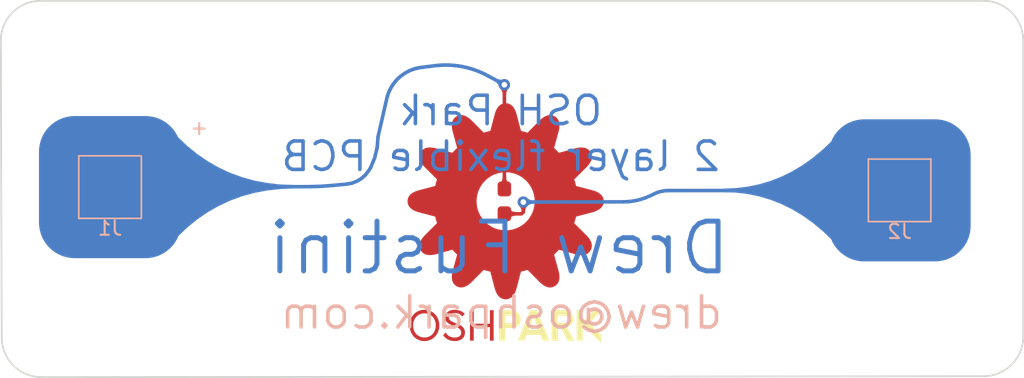
<source format=kicad_pcb>
(kicad_pcb (version 20171130) (host pcbnew 5.1.5-52549c5~84~ubuntu19.04.1)

  (general
    (thickness 1.6)
    (drawings 13)
    (tracks 76)
    (zones 0)
    (modules 4)
    (nets 4)
  )

  (page A4)
  (layers
    (0 F.Cu signal)
    (31 B.Cu signal)
    (32 B.Adhes user)
    (33 F.Adhes user)
    (34 B.Paste user)
    (35 F.Paste user)
    (36 B.SilkS user)
    (37 F.SilkS user)
    (38 B.Mask user)
    (39 F.Mask user)
    (40 Dwgs.User user)
    (41 Cmts.User user)
    (42 Eco1.User user)
    (43 Eco2.User user)
    (44 Edge.Cuts user)
    (45 Margin user)
    (46 B.CrtYd user)
    (47 F.CrtYd user)
    (48 B.Fab user)
    (49 F.Fab user)
  )

  (setup
    (last_trace_width 0.25)
    (trace_clearance 0.2)
    (zone_clearance 0.508)
    (zone_45_only no)
    (trace_min 0.2)
    (via_size 0.8)
    (via_drill 0.4)
    (via_min_size 0.4)
    (via_min_drill 0.3)
    (uvia_size 0.3)
    (uvia_drill 0.1)
    (uvias_allowed no)
    (uvia_min_size 0.2)
    (uvia_min_drill 0.1)
    (edge_width 0.05)
    (segment_width 0.2)
    (pcb_text_width 0.3)
    (pcb_text_size 1.5 1.5)
    (mod_edge_width 0.12)
    (mod_text_size 1 1)
    (mod_text_width 0.15)
    (pad_size 1.524 1.524)
    (pad_drill 0.762)
    (pad_to_mask_clearance 0.051)
    (solder_mask_min_width 0.25)
    (aux_axis_origin 0 0)
    (visible_elements FFFFFF7F)
    (pcbplotparams
      (layerselection 0x010fc_ffffffff)
      (usegerberextensions false)
      (usegerberattributes false)
      (usegerberadvancedattributes false)
      (creategerberjobfile false)
      (excludeedgelayer true)
      (linewidth 0.100000)
      (plotframeref false)
      (viasonmask false)
      (mode 1)
      (useauxorigin false)
      (hpglpennumber 1)
      (hpglpenspeed 20)
      (hpglpendiameter 15.000000)
      (psnegative false)
      (psa4output false)
      (plotreference true)
      (plotvalue true)
      (plotinvisibletext false)
      (padsonsilk false)
      (subtractmaskfromsilk false)
      (outputformat 1)
      (mirror false)
      (drillshape 1)
      (scaleselection 1)
      (outputdirectory ""))
  )

  (net 0 "")
  (net 1 GND)
  (net 2 "Net-(D1-Pad2)")
  (net 3 +3V3)

  (net_class Default "This is the default net class."
    (clearance 0.2)
    (trace_width 0.25)
    (via_dia 0.8)
    (via_drill 0.4)
    (uvia_dia 0.3)
    (uvia_drill 0.1)
    (add_net +3V3)
    (add_net GND)
  )

  (module LED_SMD:LED_0603_1608Metric_Pad1.05x0.95mm_HandSolder (layer F.Cu) (tedit 5E335727) (tstamp 5E335540)
    (at 153.4795 54.751 90)
    (descr "LED SMD 0603 (1608 Metric), square (rectangular) end terminal, IPC_7351 nominal, (Body size source: http://www.tortai-tech.com/upload/download/2011102023233369053.pdf), generated with kicad-footprint-generator")
    (tags "LED handsolder")
    (path /5DF40B3F)
    (attr smd)
    (fp_text reference D1 (at 0 -1.43 90) (layer F.SilkS) hide
      (effects (font (size 1 1) (thickness 0.15)))
    )
    (fp_text value LED (at 0 1.43 90) (layer F.Fab)
      (effects (font (size 1 1) (thickness 0.15)))
    )
    (fp_line (start 0.8 -0.4) (end -0.5 -0.4) (layer F.Fab) (width 0.1))
    (fp_line (start -0.5 -0.4) (end -0.8 -0.1) (layer F.Fab) (width 0.1))
    (fp_line (start -0.8 -0.1) (end -0.8 0.4) (layer F.Fab) (width 0.1))
    (fp_line (start -0.8 0.4) (end 0.8 0.4) (layer F.Fab) (width 0.1))
    (fp_line (start 0.8 0.4) (end 0.8 -0.4) (layer F.Fab) (width 0.1))
    (fp_line (start -1.65 0.73) (end -1.65 -0.73) (layer F.CrtYd) (width 0.05))
    (fp_line (start -1.65 -0.73) (end 1.65 -0.73) (layer F.CrtYd) (width 0.05))
    (fp_line (start 1.65 -0.73) (end 1.65 0.73) (layer F.CrtYd) (width 0.05))
    (fp_line (start 1.65 0.73) (end -1.65 0.73) (layer F.CrtYd) (width 0.05))
    (fp_text user %R (at 0 0 90) (layer F.Fab)
      (effects (font (size 0.4 0.4) (thickness 0.06)))
    )
    (pad 1 smd roundrect (at -0.875 0 90) (size 1.05 0.95) (layers F.Cu F.Paste F.Mask) (roundrect_rratio 0.25)
      (net 1 GND))
    (pad 2 smd roundrect (at 0.875 0 90) (size 1.05 0.95) (layers F.Cu F.Paste F.Mask) (roundrect_rratio 0.25)
      (net 3 +3V3))
    (model ${KISYS3DMOD}/LED_SMD.3dshapes/LED_0603_1608Metric.wrl
      (at (xyz 0 0 0))
      (scale (xyz 1 1 1))
      (rotate (xyz 0 0 0))
    )
  )

  (module afterdark:OSH_small_copper-mask (layer F.Cu) (tedit 5DF3FF89) (tstamp 5DF45F50)
    (at 153.5684 56.2864)
    (descr "Imported from OSHPARK.svg")
    (tags svg2mod)
    (attr smd)
    (fp_text reference OSH_small (at 0 -11.457835) (layer F.Cu) hide
      (effects (font (size 1.524 1.524) (thickness 0.3048)))
    )
    (fp_text value G*** (at 0 11.457835) (layer F.Cu) hide
      (effects (font (size 1.524 1.524) (thickness 0.3048)))
    )
    (fp_poly (pts (xy -5.71389 8.295375) (xy -5.71389 8.046425) (xy -5.88469 8.029425) (xy -6.03947 7.980425)
      (xy -6.17614 7.902625) (xy -6.29262 7.799265) (xy -6.38682 7.673515) (xy -6.45672 7.528545)
      (xy -6.50022 7.367545) (xy -6.51512 7.193705) (xy -6.50022 7.019865) (xy -6.45672 6.858865)
      (xy -6.38682 6.713895) (xy -6.29262 6.588145) (xy -6.17614 6.484785) (xy -6.03947 6.406985)
      (xy -5.88469 6.357985) (xy -5.71389 6.340985) (xy -5.54238 6.357985) (xy -5.38754 6.406985)
      (xy -5.25128 6.484785) (xy -5.13551 6.588145) (xy -5.04211 6.713895) (xy -4.97301 6.858865)
      (xy -4.93021 7.019865) (xy -4.91551 7.193705) (xy -4.93021 7.367545) (xy -4.97301 7.528545)
      (xy -5.04211 7.673515) (xy -5.13551 7.799265) (xy -5.25128 7.902625) (xy -5.38754 7.980425)
      (xy -5.54238 8.029425) (xy -5.71389 8.046425) (xy -5.71389 8.295375) (xy -5.60215 8.289375)
      (xy -5.49471 8.272675) (xy -5.39197 8.245575) (xy -5.29437 8.208575) (xy -5.20217 8.162275)
      (xy -5.11587 8.107175) (xy -5.03597 8.043775) (xy -4.96277 7.972775) (xy -4.89667 7.894575)
      (xy -4.83807 7.809775) (xy -4.78737 7.718975) (xy -4.74497 7.622675) (xy -4.71127 7.521405)
      (xy -4.68667 7.415745) (xy -4.67167 7.306225) (xy -4.66667 7.193415) (xy -4.67167 7.080595)
      (xy -4.68667 6.971085) (xy -4.71127 6.865415) (xy -4.74497 6.764145) (xy -4.78737 6.667845)
      (xy -4.83807 6.577045) (xy -4.89667 6.492245) (xy -4.96277 6.414045) (xy -5.03597 6.342945)
      (xy -5.11587 6.279545) (xy -5.20217 6.224445) (xy -5.29437 6.178145) (xy -5.39197 6.141145)
      (xy -5.49471 6.114045) (xy -5.60215 6.097345) (xy -5.71389 6.091345) (xy -5.82609 6.097345)
      (xy -5.93388 6.114045) (xy -6.03687 6.141145) (xy -6.13467 6.178145) (xy -6.22687 6.224445)
      (xy -6.31307 6.279545) (xy -6.39297 6.342945) (xy -6.46607 6.414045) (xy -6.53207 6.492245)
      (xy -6.59047 6.577045) (xy -6.64097 6.667845) (xy -6.68317 6.764145) (xy -6.71667 6.865415)
      (xy -6.74107 6.971085) (xy -6.75597 7.080595) (xy -6.76097 7.193415) (xy -6.75597 7.306225)
      (xy -6.74107 7.415745) (xy -6.71667 7.521405) (xy -6.68317 7.622675) (xy -6.64097 7.718975)
      (xy -6.59047 7.809775) (xy -6.53207 7.894575) (xy -6.46607 7.972775) (xy -6.39297 8.043775)
      (xy -6.31307 8.107175) (xy -6.22687 8.162275) (xy -6.13467 8.208575) (xy -6.03687 8.245575)
      (xy -5.93388 8.272675) (xy -5.82609 8.289375) (xy -5.71389 8.295375)) (layer F.Mask) (width 0))
    (fp_poly (pts (xy -1.10433 6.120635) (xy -1.10433 7.076375) (xy -2.24607 7.076375) (xy -2.24607 6.120635)
      (xy -2.50646 6.120635) (xy -2.50646 8.266755) (xy -2.24607 8.266755) (xy -2.24607 7.311015)
      (xy -1.10433 7.311015) (xy -1.10433 8.266755) (xy -0.84394 8.266755) (xy -0.84394 6.120635)
      (xy -1.10433 6.120635)) (layer F.Mask) (width 0))
    (fp_poly (pts (xy -3.5907 8.295375) (xy -3.44187 8.286375) (xy -3.30406 8.258975) (xy -3.18001 8.212975)
      (xy -3.07241 8.147975) (xy -2.98401 8.063675) (xy -2.91751 7.959725) (xy -2.87561 7.835805)
      (xy -2.86101 7.691555) (xy -2.87691 7.552235) (xy -2.92141 7.434915) (xy -2.98981 7.336615)
      (xy -3.07751 7.254415) (xy -3.17982 7.185415) (xy -3.29208 7.126615) (xy -3.52784 7.027715)
      (xy -3.70664 6.955515) (xy -3.85727 6.872815) (xy -3.91627 6.823915) (xy -3.96127 6.768115)
      (xy -3.98997 6.703915) (xy -4.00007 6.629915) (xy -3.99207 6.554915) (xy -3.96807 6.490615)
      (xy -3.93017 6.436915) (xy -3.88027 6.393515) (xy -3.82017 6.360115) (xy -3.75177 6.336615)
      (xy -3.67677 6.322615) (xy -3.59697 6.317615) (xy -3.50107 6.322615) (xy -3.41297 6.336315)
      (xy -3.33277 6.358215) (xy -3.26037 6.387715) (xy -3.19597 6.424015) (xy -3.13947 6.466415)
      (xy -3.05047 6.566885) (xy -2.87592 6.389475) (xy -2.93462 6.327375) (xy -3.00322 6.270575)
      (xy -3.08132 6.219875) (xy -3.16862 6.176275) (xy -3.26472 6.140775) (xy -3.36936 6.114275)
      (xy -3.48217 6.097675) (xy -3.60284 6.091675) (xy -3.73476 6.100675) (xy -3.85823 6.127675)
      (xy -3.97043 6.172275) (xy -4.06853 6.234275) (xy -4.14973 6.313275) (xy -4.21123 6.408975)
      (xy -4.25023 6.521165) (xy -4.26383 6.649475) (xy -4.24983 6.769025) (xy -4.21043 6.869725)
      (xy -4.14943 6.954225) (xy -4.07063 7.025125) (xy -3.97793 7.085025) (xy -3.87509 7.136525)
      (xy -3.6543 7.224725) (xy -3.4565 7.304325) (xy -3.3666 7.348925) (xy -3.2866 7.399625)
      (xy -3.2195 7.458525) (xy -3.1682 7.527725) (xy -3.1357 7.609325) (xy -3.1249 7.705425)
      (xy -3.1349 7.789025) (xy -3.1618 7.860025) (xy -3.2038 7.918825) (xy -3.2593 7.965825)
      (xy -3.3266 8.001625) (xy -3.404 8.026625) (xy -3.4899 8.041225) (xy -3.5826 8.046225)
      (xy -3.69075 8.039225) (xy -3.79323 8.020125) (xy -3.88863 7.989225) (xy -3.97563 7.947425)
      (xy -4.05283 7.895625) (xy -4.11893 7.834625) (xy -4.17243 7.765125) (xy -4.21203 7.688125)
      (xy -4.40088 7.879845) (xy -4.33778 7.967545) (xy -4.26108 8.047345) (xy -4.17208 8.118045)
      (xy -4.07218 8.178545) (xy -3.96276 8.227645) (xy -3.84518 8.264145) (xy -3.72084 8.286945)
      (xy -3.59109 8.294945) (xy -3.5907 8.295375)) (layer F.Mask) (width 0))
    (fp_poly (pts (xy 0.00118 -8.409695) (xy 0.00043 -3.623025) (xy 0.21316 -3.612325) (xy 0.41974 -3.580825)
      (xy 0.61914 -3.529525) (xy 0.81031 -3.459525) (xy 0.99219 -3.371925) (xy 1.16375 -3.267695)
      (xy 1.32394 -3.147905) (xy 1.4717 -3.013605) (xy 1.606 -2.865845) (xy 1.72579 -2.705655)
      (xy 1.83001 -2.534105) (xy 1.91761 -2.352215) (xy 1.98761 -2.161055) (xy 2.03891 -1.961655)
      (xy 2.07041 -1.755065) (xy 2.08111 -1.542335) (xy 2.07041 -1.329495) (xy 2.03891 -1.122805)
      (xy 1.98771 -0.923315) (xy 1.91781 -0.732055) (xy 1.83021 -0.550075) (xy 1.726 -0.378435)
      (xy 1.60622 -0.218175) (xy 1.47192 -0.070335) (xy 1.32415 0.064025) (xy 1.16396 0.183875)
      (xy 0.99238 0.288155) (xy 0.81047 0.375855) (xy 0.61928 0.445855) (xy 0.41984 0.497155)
      (xy 0.21321 0.528655) (xy 0.00043 0.539455) (xy -0.21235 0.528655) (xy -0.41897 0.497155)
      (xy -0.6184 0.445855) (xy -0.80958 0.375855) (xy -0.99147 0.288155) (xy -1.16302 0.183875)
      (xy -1.3232 0.064025) (xy -1.47095 -0.070335) (xy -1.60524 -0.218175) (xy -1.72501 -0.378435)
      (xy -1.82922 -0.550075) (xy -1.91682 -0.732055) (xy -1.98682 -0.923315) (xy -2.03812 -1.122805)
      (xy -2.06962 -1.329495) (xy -2.08032 -1.542335) (xy -2.06962 -1.755065) (xy -2.03812 -1.961655)
      (xy -1.98682 -2.161055) (xy -1.91682 -2.352215) (xy -1.82922 -2.534105) (xy -1.72501 -2.705655)
      (xy -1.60524 -2.865845) (xy -1.47095 -3.013605) (xy -1.3232 -3.147905) (xy -1.16302 -3.267695)
      (xy -0.99147 -3.371925) (xy -0.80958 -3.459525) (xy -0.6184 -3.529525) (xy -0.41897 -3.580825)
      (xy -0.21235 -3.612325) (xy 0.00043 -3.623025) (xy 0.00118 -8.409695) (xy -0.14129 -8.393995)
      (xy -0.2674 -8.349495) (xy -0.378 -8.279795) (xy -0.4739 -8.188495) (xy -0.556 -8.079355)
      (xy -0.6251 -7.956025) (xy -0.6821 -7.822195) (xy -0.7278 -7.681515) (xy -1.04856 -6.462625)
      (xy -1.30304 -6.403425) (xy -1.55293 -6.331225) (xy -2.43795 -7.223815) (xy -2.5541 -7.325575)
      (xy -2.67331 -7.414275) (xy -2.79523 -7.486675) (xy -2.91953 -7.539575) (xy -3.04586 -7.569675)
      (xy -3.17388 -7.573675) (xy -3.30323 -7.548275) (xy -3.43358 -7.490275) (xy -3.54913 -7.405275)
      (xy -3.63603 -7.303485) (xy -3.69693 -7.187695) (xy -3.73433 -7.060655) (xy -3.75073 -6.925095)
      (xy -3.74873 -6.783755) (xy -3.73103 -6.639375) (xy -3.70003 -6.494705) (xy -3.36893 -5.282225)
      (xy -3.55878 -5.102185) (xy -3.73879 -4.912505) (xy -4.95156 -5.242875) (xy -5.10317 -5.273475)
      (xy -5.25088 -5.290975) (xy -5.39277 -5.292975) (xy -5.5269 -5.276575) (xy -5.65135 -5.239375)
      (xy -5.76419 -5.178675) (xy -5.86349 -5.091975) (xy -5.94729 -4.976645) (xy -6.00489 -4.845335)
      (xy -6.02929 -4.713775) (xy -6.02429 -4.583095) (xy -5.99309 -4.454385) (xy -5.93949 -4.328745)
      (xy -5.86709 -4.207285) (xy -5.77959 -4.091105) (xy -5.68049 -3.981305) (xy -4.78848 -3.096875)
      (xy -4.86248 -2.846755) (xy -4.92388 -2.591195) (xy -6.13913 -2.271315) (xy -6.28557 -2.221815)
      (xy -6.42211 -2.163015) (xy -6.54579 -2.093715) (xy -6.65364 -2.012515) (xy -6.74264 -1.918115)
      (xy -6.80994 -1.809295) (xy -6.85244 -1.684715) (xy -6.86724 -1.543065) (xy -6.85154 -1.400675)
      (xy -6.80704 -1.274595) (xy -6.73724 -1.163985) (xy -6.64594 -1.068085) (xy -6.5368 -0.985985)
      (xy -6.41347 -0.916885) (xy -6.27964 -0.859985) (xy -6.13897 -0.814385) (xy -4.92372 -0.494365)
      (xy -4.86232 -0.239235) (xy -4.78842 0.010885) (xy -5.68043 0.895605) (xy -5.78261 1.011585)
      (xy -5.87161 1.130695) (xy -5.94411 1.252585) (xy -5.99701 1.376885) (xy -6.02701 1.503265)
      (xy -6.03101 1.631355) (xy -6.00551 1.760795) (xy -5.94741 1.891235) (xy -5.86251 2.006695)
      (xy -5.76079 2.093495) (xy -5.64502 2.154295) (xy -5.51794 2.191595) (xy -5.38232 2.207995)
      (xy -5.24091 2.205995) (xy -5.09648 2.188395) (xy -4.95178 2.157595) (xy -3.73916 1.826495)
      (xy -3.55915 2.015885) (xy -3.36929 2.196065) (xy -3.70039 3.409125) (xy -3.73109 3.560565)
      (xy -3.74869 3.708175) (xy -3.75069 3.850005) (xy -3.73429 3.984105) (xy -3.69709 4.108515)
      (xy -3.63639 4.221295) (xy -3.54959 4.320495) (xy -3.43416 4.404195) (xy -3.30285 4.461895)
      (xy -3.17132 4.486395) (xy -3.04066 4.481395) (xy -2.91197 4.450195) (xy -2.78636 4.396595)
      (xy -2.66492 4.324295) (xy -2.54876 4.236795) (xy -2.43897 4.137795) (xy -1.55409 3.245195)
      (xy -1.30401 3.319295) (xy -1.0487 3.380995) (xy -0.72882 4.596245) (xy -0.67942 4.742405)
      (xy -0.62072 4.878745) (xy -0.55142 5.002265) (xy -0.47012 5.110005) (xy -0.37562 5.199005)
      (xy -0.26663 5.266305) (xy -0.14183 5.308805) (xy 0.0001 5.323605) (xy 0.1423 5.307905)
      (xy 0.26821 5.263405) (xy 0.37868 5.193705) (xy 0.47448 5.102505) (xy 0.55658 4.993495)
      (xy 0.62568 4.870315) (xy 0.68268 4.736655) (xy 0.72838 4.596185) (xy 1.04825 3.380645)
      (xy 1.30343 3.319445) (xy 1.55379 3.245445) (xy 2.43852 4.137905) (xy 2.55442 4.240085)
      (xy 2.67348 4.329085) (xy 2.79535 4.401685) (xy 2.91965 4.454585) (xy 3.04602 4.484585)
      (xy 3.17409 4.488585) (xy 3.30349 4.462985) (xy 3.43386 4.404785) (xy 3.5493 4.319985)
      (xy 3.6361 4.218365) (xy 3.6969 4.102685) (xy 3.7342 3.975695) (xy 3.7507 3.840155)
      (xy 3.7487 3.698805) (xy 3.7312 3.554415) (xy 3.7006 3.409725) (xy 3.36921 2.196675)
      (xy 3.55866 2.016495) (xy 3.73849 1.827095) (xy 4.95155 2.158195) (xy 5.10316 2.188595)
      (xy 5.25086 2.205995) (xy 5.39274 2.207995) (xy 5.52685 2.191495) (xy 5.65126 2.154195)
      (xy 5.76405 2.093495) (xy 5.86325 2.006695) (xy 5.94695 1.891265) (xy 6.00455 1.759975)
      (xy 6.02895 1.628485) (xy 6.02395 1.497875) (xy 5.99275 1.369255) (xy 5.93915 1.243685)
      (xy 5.86685 1.122265) (xy 5.77935 1.006085) (xy 5.68035 0.896225) (xy 4.78804 0.011495)
      (xy 4.86214 -0.238625) (xy 4.92344 -0.493755) (xy 6.13868 -0.813785) (xy 6.28522 -0.863185)
      (xy 6.42183 -0.921885) (xy 6.54556 -0.991285) (xy 6.65344 -1.072585) (xy 6.74254 -1.167085)
      (xy 6.80984 -1.276075) (xy 6.85244 -1.400845) (xy 6.86724 -1.542705) (xy 6.85194 -1.684715)
      (xy 6.80764 -1.810495) (xy 6.73804 -1.920855) (xy 6.64694 -2.016655) (xy 6.53789 -2.098655)
      (xy 6.41461 -2.167755) (xy 6.2808 -2.224755) (xy 6.14013 -2.270455) (xy 4.92488 -2.590335)
      (xy 4.86358 -2.845855) (xy 4.78948 -3.095735) (xy 5.68179 -3.980895) (xy 5.78395 -4.096695)
      (xy 5.87285 -4.215675) (xy 5.94535 -4.337485) (xy 5.99815 -4.461745) (xy 6.02805 -4.588095)
      (xy 6.03205 -4.716185) (xy 6.00655 -4.845635) (xy 5.94845 -4.976085) (xy 5.86365 -5.091375)
      (xy 5.76206 -5.178075) (xy 5.64641 -5.238875) (xy 5.51943 -5.276175) (xy 5.38387 -5.292675)
      (xy 5.24246 -5.290675) (xy 5.09796 -5.273075) (xy 4.9531 -5.242275) (xy 3.74019 -4.911755)
      (xy 3.5604 -5.101105) (xy 3.3712 -5.281035) (xy 3.70215 -6.493945) (xy 3.73265 -6.645465)
      (xy 3.75005 -6.793085) (xy 3.75205 -6.934915) (xy 3.73565 -7.069005) (xy 3.69835 -7.193445)
      (xy 3.63755 -7.306295) (xy 3.55075 -7.405695) (xy 3.43522 -7.489595) (xy 3.30408 -7.547095)
      (xy 3.17265 -7.571395) (xy 3.04204 -7.566395) (xy 2.91335 -7.535095) (xy 2.78769 -7.481395)
      (xy 2.66618 -7.408995) (xy 2.54992 -7.321595) (xy 2.44003 -7.222795) (xy 1.55545 -6.330485)
      (xy 1.30598 -6.402785) (xy 1.05107 -6.462485) (xy 0.73018 -7.681375) (xy 0.68058 -7.827915)
      (xy 0.62168 -7.964525) (xy 0.55228 -8.088255) (xy 0.47098 -8.196135) (xy 0.37658 -8.285235)
      (xy 0.2677 -8.352535) (xy 0.14304 -8.395035) (xy 0.0013 -8.409835) (xy 0.00118 -8.409695)) (layer F.Mask) (width 0.073847))
    (fp_poly (pts (xy 6.76111 6.120635) (xy 6.20884 6.120635) (xy 5.42765 6.959055) (xy 5.42765 6.120635)
      (xy 4.99557 6.120635) (xy 4.99557 8.266755) (xy 5.42765 8.266755) (xy 5.42765 7.193695)
      (xy 6.7096 8.409835) (xy 6.7096 7.831805) (xy 5.87118 7.056345) (xy 6.76111 6.120635)) (layer F.SilkS) (width 0))
    (fp_poly (pts (xy 4.31659 7.328185) (xy 4.11009 7.022185) (xy 3.67228 7.022185) (xy 3.67228 6.495675)
      (xy 4.11009 6.495675) (xy 4.16319 6.500675) (xy 4.21239 6.515675) (xy 4.25669 6.539575)
      (xy 4.29509 6.571375) (xy 4.32669 6.610075) (xy 4.35039 6.654875) (xy 4.36539 6.704775)
      (xy 4.37039 6.758775) (xy 4.36539 6.812775) (xy 4.35069 6.862675) (xy 4.32729 6.907475)
      (xy 4.29609 6.946175) (xy 4.25789 6.977975) (xy 4.21359 7.001875) (xy 4.16399 7.016875)
      (xy 4.11009 7.021875) (xy 4.11009 7.022185) (xy 4.31659 7.328185) (xy 4.41049 7.296585)
      (xy 4.49619 7.251785) (xy 4.57229 7.194785) (xy 4.63749 7.126585) (xy 4.69049 7.048185)
      (xy 4.72989 6.960585) (xy 4.75449 6.864785) (xy 4.76249 6.761805) (xy 4.74979 6.631575)
      (xy 4.71319 6.510755) (xy 4.65509 6.401815) (xy 4.57799 6.307215) (xy 4.48419 6.229415)
      (xy 4.37621 6.170715) (xy 4.25643 6.133715) (xy 4.12726 6.120815) (xy 3.2402 6.120815)
      (xy 3.2402 8.266935) (xy 3.67228 8.266935) (xy 3.67228 7.356985) (xy 3.88403 7.356985)
      (xy 4.35332 8.266935) (xy 4.83691 8.266935) (xy 4.31612 7.328365) (xy 4.31659 7.328185)) (layer F.SilkS) (width 0))
    (fp_poly (pts (xy 2.59844 8.266755) (xy 1.96319 6.558445) (xy 2.31515 7.505595) (xy 1.60836 7.505595)
      (xy 1.96319 6.558445) (xy 2.59844 8.266755) (xy 3.06487 8.266755) (xy 2.20355 6.120635)
      (xy 1.71996 6.120635) (xy 0.85865 8.266755) (xy 1.32508 8.266755) (xy 1.47674 7.860425)
      (xy 2.44678 7.860425) (xy 2.59844 8.266755)) (layer F.SilkS) (width 0))
    (fp_poly (pts (xy 0.00118 -8.409695) (xy 0.00043 -3.623025) (xy 0.21316 -3.612325) (xy 0.41974 -3.580825)
      (xy 0.61914 -3.529525) (xy 0.81031 -3.459525) (xy 0.99219 -3.371925) (xy 1.16375 -3.267695)
      (xy 1.32394 -3.147905) (xy 1.4717 -3.013605) (xy 1.606 -2.865845) (xy 1.72579 -2.705655)
      (xy 1.83001 -2.534105) (xy 1.91761 -2.352215) (xy 1.98761 -2.161055) (xy 2.03891 -1.961655)
      (xy 2.07041 -1.755065) (xy 2.08111 -1.542335) (xy 2.07041 -1.329495) (xy 2.03891 -1.122805)
      (xy 1.98771 -0.923315) (xy 1.91781 -0.732055) (xy 1.83021 -0.550075) (xy 1.726 -0.378435)
      (xy 1.60622 -0.218175) (xy 1.47192 -0.070335) (xy 1.32415 0.064025) (xy 1.16396 0.183875)
      (xy 0.99238 0.288155) (xy 0.81047 0.375855) (xy 0.61928 0.445855) (xy 0.41984 0.497155)
      (xy 0.21321 0.528655) (xy 0.00043 0.539455) (xy -0.21235 0.528655) (xy -0.41897 0.497155)
      (xy -0.6184 0.445855) (xy -0.80958 0.375855) (xy -0.99147 0.288155) (xy -1.16302 0.183875)
      (xy -1.3232 0.064025) (xy -1.47095 -0.070335) (xy -1.60524 -0.218175) (xy -1.72501 -0.378435)
      (xy -1.82922 -0.550075) (xy -1.91682 -0.732055) (xy -1.98682 -0.923315) (xy -2.03812 -1.122805)
      (xy -2.06962 -1.329495) (xy -2.08032 -1.542335) (xy -2.06962 -1.755065) (xy -2.03812 -1.961655)
      (xy -1.98682 -2.161055) (xy -1.91682 -2.352215) (xy -1.82922 -2.534105) (xy -1.72501 -2.705655)
      (xy -1.60524 -2.865845) (xy -1.47095 -3.013605) (xy -1.3232 -3.147905) (xy -1.16302 -3.267695)
      (xy -0.99147 -3.371925) (xy -0.80958 -3.459525) (xy -0.6184 -3.529525) (xy -0.41897 -3.580825)
      (xy -0.21235 -3.612325) (xy 0.00043 -3.623025) (xy 0.00118 -8.409695) (xy -0.14129 -8.393995)
      (xy -0.2674 -8.349495) (xy -0.378 -8.279795) (xy -0.4739 -8.188495) (xy -0.556 -8.079355)
      (xy -0.6251 -7.956025) (xy -0.6821 -7.822195) (xy -0.7278 -7.681515) (xy -1.04856 -6.462625)
      (xy -1.30304 -6.403425) (xy -1.55293 -6.331225) (xy -2.43795 -7.223815) (xy -2.5541 -7.325575)
      (xy -2.67331 -7.414275) (xy -2.79523 -7.486675) (xy -2.91953 -7.539575) (xy -3.04586 -7.569675)
      (xy -3.17388 -7.573675) (xy -3.30323 -7.548275) (xy -3.43358 -7.490275) (xy -3.54913 -7.405275)
      (xy -3.63603 -7.303485) (xy -3.69693 -7.187695) (xy -3.73433 -7.060655) (xy -3.75073 -6.925095)
      (xy -3.74873 -6.783755) (xy -3.73103 -6.639375) (xy -3.70003 -6.494705) (xy -3.36893 -5.282225)
      (xy -3.55878 -5.102185) (xy -3.73879 -4.912505) (xy -4.95156 -5.242875) (xy -5.10317 -5.273475)
      (xy -5.25088 -5.290975) (xy -5.39277 -5.292975) (xy -5.5269 -5.276575) (xy -5.65135 -5.239375)
      (xy -5.76419 -5.178675) (xy -5.86349 -5.091975) (xy -5.94729 -4.976645) (xy -6.00489 -4.845335)
      (xy -6.02929 -4.713775) (xy -6.02429 -4.583095) (xy -5.99309 -4.454385) (xy -5.93949 -4.328745)
      (xy -5.86709 -4.207285) (xy -5.77959 -4.091105) (xy -5.68049 -3.981305) (xy -4.78848 -3.096875)
      (xy -4.86248 -2.846755) (xy -4.92388 -2.591195) (xy -6.13913 -2.271315) (xy -6.28557 -2.221815)
      (xy -6.42211 -2.163015) (xy -6.54579 -2.093715) (xy -6.65364 -2.012515) (xy -6.74264 -1.918115)
      (xy -6.80994 -1.809295) (xy -6.85244 -1.684715) (xy -6.86724 -1.543065) (xy -6.85154 -1.400675)
      (xy -6.80704 -1.274595) (xy -6.73724 -1.163985) (xy -6.64594 -1.068085) (xy -6.5368 -0.985985)
      (xy -6.41347 -0.916885) (xy -6.27964 -0.859985) (xy -6.13897 -0.814385) (xy -4.92372 -0.494365)
      (xy -4.86232 -0.239235) (xy -4.78842 0.010885) (xy -5.68043 0.895605) (xy -5.78261 1.011585)
      (xy -5.87161 1.130695) (xy -5.94411 1.252585) (xy -5.99701 1.376885) (xy -6.02701 1.503265)
      (xy -6.03101 1.631355) (xy -6.00551 1.760795) (xy -5.94741 1.891235) (xy -5.86251 2.006695)
      (xy -5.76079 2.093495) (xy -5.64502 2.154295) (xy -5.51794 2.191595) (xy -5.38232 2.207995)
      (xy -5.24091 2.205995) (xy -5.09648 2.188395) (xy -4.95178 2.157595) (xy -3.73916 1.826495)
      (xy -3.55915 2.015885) (xy -3.36929 2.196065) (xy -3.70039 3.409125) (xy -3.73109 3.560565)
      (xy -3.74869 3.708175) (xy -3.75069 3.850005) (xy -3.73429 3.984105) (xy -3.69709 4.108515)
      (xy -3.63639 4.221295) (xy -3.54959 4.320495) (xy -3.43416 4.404195) (xy -3.30285 4.461895)
      (xy -3.17132 4.486395) (xy -3.04066 4.481395) (xy -2.91197 4.450195) (xy -2.78636 4.396595)
      (xy -2.66492 4.324295) (xy -2.54876 4.236795) (xy -2.43897 4.137795) (xy -1.55409 3.245195)
      (xy -1.30401 3.319295) (xy -1.0487 3.380995) (xy -0.72882 4.596245) (xy -0.67942 4.742405)
      (xy -0.62072 4.878745) (xy -0.55142 5.002265) (xy -0.47012 5.110005) (xy -0.37562 5.199005)
      (xy -0.26663 5.266305) (xy -0.14183 5.308805) (xy 0.0001 5.323605) (xy 0.1423 5.307905)
      (xy 0.26821 5.263405) (xy 0.37868 5.193705) (xy 0.47448 5.102505) (xy 0.55658 4.993495)
      (xy 0.62568 4.870315) (xy 0.68268 4.736655) (xy 0.72838 4.596185) (xy 1.04825 3.380645)
      (xy 1.30343 3.319445) (xy 1.55379 3.245445) (xy 2.43852 4.137905) (xy 2.55442 4.240085)
      (xy 2.67348 4.329085) (xy 2.79535 4.401685) (xy 2.91965 4.454585) (xy 3.04602 4.484585)
      (xy 3.17409 4.488585) (xy 3.30349 4.462985) (xy 3.43386 4.404785) (xy 3.5493 4.319985)
      (xy 3.6361 4.218365) (xy 3.6969 4.102685) (xy 3.7342 3.975695) (xy 3.7507 3.840155)
      (xy 3.7487 3.698805) (xy 3.7312 3.554415) (xy 3.7006 3.409725) (xy 3.36921 2.196675)
      (xy 3.55866 2.016495) (xy 3.73849 1.827095) (xy 4.95155 2.158195) (xy 5.10316 2.188595)
      (xy 5.25086 2.205995) (xy 5.39274 2.207995) (xy 5.52685 2.191495) (xy 5.65126 2.154195)
      (xy 5.76405 2.093495) (xy 5.86325 2.006695) (xy 5.94695 1.891265) (xy 6.00455 1.759975)
      (xy 6.02895 1.628485) (xy 6.02395 1.497875) (xy 5.99275 1.369255) (xy 5.93915 1.243685)
      (xy 5.86685 1.122265) (xy 5.77935 1.006085) (xy 5.68035 0.896225) (xy 4.78804 0.011495)
      (xy 4.86214 -0.238625) (xy 4.92344 -0.493755) (xy 6.13868 -0.813785) (xy 6.28522 -0.863185)
      (xy 6.42183 -0.921885) (xy 6.54556 -0.991285) (xy 6.65344 -1.072585) (xy 6.74254 -1.167085)
      (xy 6.80984 -1.276075) (xy 6.85244 -1.400845) (xy 6.86724 -1.542705) (xy 6.85194 -1.684715)
      (xy 6.80764 -1.810495) (xy 6.73804 -1.920855) (xy 6.64694 -2.016655) (xy 6.53789 -2.098655)
      (xy 6.41461 -2.167755) (xy 6.2808 -2.224755) (xy 6.14013 -2.270455) (xy 4.92488 -2.590335)
      (xy 4.86358 -2.845855) (xy 4.78948 -3.095735) (xy 5.68179 -3.980895) (xy 5.78395 -4.096695)
      (xy 5.87285 -4.215675) (xy 5.94535 -4.337485) (xy 5.99815 -4.461745) (xy 6.02805 -4.588095)
      (xy 6.03205 -4.716185) (xy 6.00655 -4.845635) (xy 5.94845 -4.976085) (xy 5.86365 -5.091375)
      (xy 5.76206 -5.178075) (xy 5.64641 -5.238875) (xy 5.51943 -5.276175) (xy 5.38387 -5.292675)
      (xy 5.24246 -5.290675) (xy 5.09796 -5.273075) (xy 4.9531 -5.242275) (xy 3.74019 -4.911755)
      (xy 3.5604 -5.101105) (xy 3.3712 -5.281035) (xy 3.70215 -6.493945) (xy 3.73265 -6.645465)
      (xy 3.75005 -6.793085) (xy 3.75205 -6.934915) (xy 3.73565 -7.069005) (xy 3.69835 -7.193445)
      (xy 3.63755 -7.306295) (xy 3.55075 -7.405695) (xy 3.43522 -7.489595) (xy 3.30408 -7.547095)
      (xy 3.17265 -7.571395) (xy 3.04204 -7.566395) (xy 2.91335 -7.535095) (xy 2.78769 -7.481395)
      (xy 2.66618 -7.408995) (xy 2.54992 -7.321595) (xy 2.44003 -7.222795) (xy 1.55545 -6.330485)
      (xy 1.30598 -6.402785) (xy 1.05107 -6.462485) (xy 0.73018 -7.681375) (xy 0.68058 -7.827915)
      (xy 0.62168 -7.964525) (xy 0.55228 -8.088255) (xy 0.47098 -8.196135) (xy 0.37658 -8.285235)
      (xy 0.2677 -8.352535) (xy 0.14304 -8.395035) (xy 0.0013 -8.409835) (xy 0.00118 -8.409695)) (layer F.Cu) (width 0.073847))
    (fp_poly (pts (xy 0.42791 6.120635) (xy -0.02711 6.495535) (xy 0.38781 6.495535) (xy 0.44521 6.500535)
      (xy 0.49851 6.515035) (xy 0.54661 6.538335) (xy 0.58851 6.569635) (xy 0.62301 6.608335)
      (xy 0.64901 6.653735) (xy 0.66541 6.705135) (xy 0.67141 6.761735) (xy 0.66541 6.820135)
      (xy 0.64901 6.872535) (xy 0.62301 6.918535) (xy 0.58851 6.957435) (xy 0.54661 6.988635)
      (xy 0.49851 7.011635) (xy 0.44521 7.025835) (xy 0.38781 7.030835) (xy 0.38781 7.030635)
      (xy -0.02711 7.030635) (xy -0.02711 6.495535) (xy 0.42791 6.120635) (xy -0.45915 6.120635)
      (xy -0.45915 8.266755) (xy -0.02707 8.266755) (xy -0.02707 7.382555) (xy 0.42791 7.382555)
      (xy 0.5579 7.370355) (xy 0.67807 7.335055) (xy 0.78609 7.278855) (xy 0.87969 7.203855)
      (xy 0.95649 7.112155) (xy 1.01419 7.006005) (xy 1.05049 6.887525) (xy 1.06309 6.758845)
      (xy 1.05049 6.630375) (xy 1.01419 6.510655) (xy 0.95649 6.402275) (xy 0.87969 6.307775)
      (xy 0.78609 6.229775) (xy 0.67807 6.170875) (xy 0.5579 6.133675) (xy 0.42791 6.120675)
      (xy 0.42791 6.120635)) (layer F.SilkS) (width 0))
    (fp_poly (pts (xy -1.10433 6.120635) (xy -1.10433 7.076375) (xy -2.24607 7.076375) (xy -2.24607 6.120635)
      (xy -2.50646 6.120635) (xy -2.50646 8.266755) (xy -2.24607 8.266755) (xy -2.24607 7.311015)
      (xy -1.10433 7.311015) (xy -1.10433 8.266755) (xy -0.84394 8.266755) (xy -0.84394 6.120635)
      (xy -1.10433 6.120635)) (layer F.Cu) (width 0))
    (fp_poly (pts (xy -3.5907 8.295375) (xy -3.44187 8.286375) (xy -3.30406 8.258975) (xy -3.18001 8.212975)
      (xy -3.07241 8.147975) (xy -2.98401 8.063675) (xy -2.91751 7.959725) (xy -2.87561 7.835805)
      (xy -2.86101 7.691555) (xy -2.87691 7.552235) (xy -2.92141 7.434915) (xy -2.98981 7.336615)
      (xy -3.07751 7.254415) (xy -3.17982 7.185415) (xy -3.29208 7.126615) (xy -3.52784 7.027715)
      (xy -3.70664 6.955515) (xy -3.85727 6.872815) (xy -3.91627 6.823915) (xy -3.96127 6.768115)
      (xy -3.98997 6.703915) (xy -4.00007 6.629915) (xy -3.99207 6.554915) (xy -3.96807 6.490615)
      (xy -3.93017 6.436915) (xy -3.88027 6.393515) (xy -3.82017 6.360115) (xy -3.75177 6.336615)
      (xy -3.67677 6.322615) (xy -3.59697 6.317615) (xy -3.50107 6.322615) (xy -3.41297 6.336315)
      (xy -3.33277 6.358215) (xy -3.26037 6.387715) (xy -3.19597 6.424015) (xy -3.13947 6.466415)
      (xy -3.05047 6.566885) (xy -2.87592 6.389475) (xy -2.93462 6.327375) (xy -3.00322 6.270575)
      (xy -3.08132 6.219875) (xy -3.16862 6.176275) (xy -3.26472 6.140775) (xy -3.36936 6.114275)
      (xy -3.48217 6.097675) (xy -3.60284 6.091675) (xy -3.73476 6.100675) (xy -3.85823 6.127675)
      (xy -3.97043 6.172275) (xy -4.06853 6.234275) (xy -4.14973 6.313275) (xy -4.21123 6.408975)
      (xy -4.25023 6.521165) (xy -4.26383 6.649475) (xy -4.24983 6.769025) (xy -4.21043 6.869725)
      (xy -4.14943 6.954225) (xy -4.07063 7.025125) (xy -3.97793 7.085025) (xy -3.87509 7.136525)
      (xy -3.6543 7.224725) (xy -3.4565 7.304325) (xy -3.3666 7.348925) (xy -3.2866 7.399625)
      (xy -3.2195 7.458525) (xy -3.1682 7.527725) (xy -3.1357 7.609325) (xy -3.1249 7.705425)
      (xy -3.1349 7.789025) (xy -3.1618 7.860025) (xy -3.2038 7.918825) (xy -3.2593 7.965825)
      (xy -3.3266 8.001625) (xy -3.404 8.026625) (xy -3.4899 8.041225) (xy -3.5826 8.046225)
      (xy -3.69075 8.039225) (xy -3.79323 8.020125) (xy -3.88863 7.989225) (xy -3.97563 7.947425)
      (xy -4.05283 7.895625) (xy -4.11893 7.834625) (xy -4.17243 7.765125) (xy -4.21203 7.688125)
      (xy -4.40088 7.879845) (xy -4.33778 7.967545) (xy -4.26108 8.047345) (xy -4.17208 8.118045)
      (xy -4.07218 8.178545) (xy -3.96276 8.227645) (xy -3.84518 8.264145) (xy -3.72084 8.286945)
      (xy -3.59109 8.294945) (xy -3.5907 8.295375)) (layer F.Cu) (width 0))
    (fp_poly (pts (xy -5.71389 8.295375) (xy -5.71389 8.046425) (xy -5.88469 8.029425) (xy -6.03947 7.980425)
      (xy -6.17614 7.902625) (xy -6.29262 7.799265) (xy -6.38682 7.673515) (xy -6.45672 7.528545)
      (xy -6.50022 7.367545) (xy -6.51512 7.193705) (xy -6.50022 7.019865) (xy -6.45672 6.858865)
      (xy -6.38682 6.713895) (xy -6.29262 6.588145) (xy -6.17614 6.484785) (xy -6.03947 6.406985)
      (xy -5.88469 6.357985) (xy -5.71389 6.340985) (xy -5.54238 6.357985) (xy -5.38754 6.406985)
      (xy -5.25128 6.484785) (xy -5.13551 6.588145) (xy -5.04211 6.713895) (xy -4.97301 6.858865)
      (xy -4.93021 7.019865) (xy -4.91551 7.193705) (xy -4.93021 7.367545) (xy -4.97301 7.528545)
      (xy -5.04211 7.673515) (xy -5.13551 7.799265) (xy -5.25128 7.902625) (xy -5.38754 7.980425)
      (xy -5.54238 8.029425) (xy -5.71389 8.046425) (xy -5.71389 8.295375) (xy -5.60215 8.289375)
      (xy -5.49471 8.272675) (xy -5.39197 8.245575) (xy -5.29437 8.208575) (xy -5.20217 8.162275)
      (xy -5.11587 8.107175) (xy -5.03597 8.043775) (xy -4.96277 7.972775) (xy -4.89667 7.894575)
      (xy -4.83807 7.809775) (xy -4.78737 7.718975) (xy -4.74497 7.622675) (xy -4.71127 7.521405)
      (xy -4.68667 7.415745) (xy -4.67167 7.306225) (xy -4.66667 7.193415) (xy -4.67167 7.080595)
      (xy -4.68667 6.971085) (xy -4.71127 6.865415) (xy -4.74497 6.764145) (xy -4.78737 6.667845)
      (xy -4.83807 6.577045) (xy -4.89667 6.492245) (xy -4.96277 6.414045) (xy -5.03597 6.342945)
      (xy -5.11587 6.279545) (xy -5.20217 6.224445) (xy -5.29437 6.178145) (xy -5.39197 6.141145)
      (xy -5.49471 6.114045) (xy -5.60215 6.097345) (xy -5.71389 6.091345) (xy -5.82609 6.097345)
      (xy -5.93388 6.114045) (xy -6.03687 6.141145) (xy -6.13467 6.178145) (xy -6.22687 6.224445)
      (xy -6.31307 6.279545) (xy -6.39297 6.342945) (xy -6.46607 6.414045) (xy -6.53207 6.492245)
      (xy -6.59047 6.577045) (xy -6.64097 6.667845) (xy -6.68317 6.764145) (xy -6.71667 6.865415)
      (xy -6.74107 6.971085) (xy -6.75597 7.080595) (xy -6.76097 7.193415) (xy -6.75597 7.306225)
      (xy -6.74107 7.415745) (xy -6.71667 7.521405) (xy -6.68317 7.622675) (xy -6.64097 7.718975)
      (xy -6.59047 7.809775) (xy -6.53207 7.894575) (xy -6.46607 7.972775) (xy -6.39297 8.043775)
      (xy -6.31307 8.107175) (xy -6.22687 8.162275) (xy -6.13467 8.208575) (xy -6.03687 8.245575)
      (xy -5.93388 8.272675) (xy -5.82609 8.289375) (xy -5.71389 8.295375)) (layer F.Cu) (width 0))
  )

  (module touch:TestPoint_Pad_4.0x4.0mm (layer B.Cu) (tedit 5CFDA82A) (tstamp 5E335552)
    (at 125.73 53.7464)
    (descr "SMD rectangular pad as test Point, square 4.0mm side length")
    (tags "test point SMD pad rectangle square")
    (path /5DF48217)
    (attr virtual)
    (fp_text reference J1 (at 0 2.898) (layer B.SilkS)
      (effects (font (size 1 1) (thickness 0.15)) (justify mirror))
    )
    (fp_text value Conn_01x01_Female (at 0 -3.1) (layer B.Fab)
      (effects (font (size 1 1) (thickness 0.15)) (justify mirror))
    )
    (fp_line (start 2.5 -2.5) (end -2.5 -2.5) (layer B.CrtYd) (width 0.05))
    (fp_line (start 2.5 -2.5) (end 2.5 2.5) (layer B.CrtYd) (width 0.05))
    (fp_line (start -2.5 2.5) (end -2.5 -2.5) (layer B.CrtYd) (width 0.05))
    (fp_line (start -2.5 2.5) (end 2.5 2.5) (layer B.CrtYd) (width 0.05))
    (fp_line (start -2.2 -2.2) (end -2.2 2.2) (layer B.SilkS) (width 0.12))
    (fp_line (start 2.2 -2.2) (end -2.2 -2.2) (layer B.SilkS) (width 0.12))
    (fp_line (start 2.2 2.2) (end 2.2 -2.2) (layer B.SilkS) (width 0.12))
    (fp_line (start -2.2 2.2) (end 2.2 2.2) (layer B.SilkS) (width 0.12))
    (fp_text user %R (at 0 2.9) (layer B.Fab)
      (effects (font (size 1 1) (thickness 0.15)) (justify mirror))
    )
    (pad 1 smd roundrect (at 0 0) (size 10 10) (layers B.Cu B.Mask) (roundrect_rratio 0.25)
      (net 3 +3V3))
  )

  (module touch:TestPoint_Pad_4.0x4.0mm (layer B.Cu) (tedit 5CFDA82A) (tstamp 5E33555F)
    (at 181.2925 53.975)
    (descr "SMD rectangular pad as test Point, square 4.0mm side length")
    (tags "test point SMD pad rectangle square")
    (path /5DF4886B)
    (attr virtual)
    (fp_text reference J2 (at 0 2.898) (layer B.SilkS)
      (effects (font (size 1 1) (thickness 0.15)) (justify mirror))
    )
    (fp_text value Conn_01x01_Female (at 0 -3.1) (layer B.Fab)
      (effects (font (size 1 1) (thickness 0.15)) (justify mirror))
    )
    (fp_text user %R (at 0 2.9) (layer B.Fab)
      (effects (font (size 1 1) (thickness 0.15)) (justify mirror))
    )
    (fp_line (start -2.2 2.2) (end 2.2 2.2) (layer B.SilkS) (width 0.12))
    (fp_line (start 2.2 2.2) (end 2.2 -2.2) (layer B.SilkS) (width 0.12))
    (fp_line (start 2.2 -2.2) (end -2.2 -2.2) (layer B.SilkS) (width 0.12))
    (fp_line (start -2.2 -2.2) (end -2.2 2.2) (layer B.SilkS) (width 0.12))
    (fp_line (start -2.5 2.5) (end 2.5 2.5) (layer B.CrtYd) (width 0.05))
    (fp_line (start -2.5 2.5) (end -2.5 -2.5) (layer B.CrtYd) (width 0.05))
    (fp_line (start 2.5 -2.5) (end 2.5 2.5) (layer B.CrtYd) (width 0.05))
    (fp_line (start 2.5 -2.5) (end -2.5 -2.5) (layer B.CrtYd) (width 0.05))
    (pad 1 smd roundrect (at 0 0) (size 10 10) (layers B.Cu B.Mask) (roundrect_rratio 0.25)
      (net 1 GND))
  )

  (gr_text + (at 132.0038 49.5554) (layer B.SilkS)
    (effects (font (size 1 1) (thickness 0.15)) (justify mirror))
  )
  (gr_text "OSH Park\n2 layer flexible PCB" (at 153.21788 49.97704) (layer B.Cu) (tstamp 5DF05FE1)
    (effects (font (size 2 2) (thickness 0.25)) (justify mirror))
  )
  (gr_text "Drew Fustini" (at 153.0985 58.039) (layer B.Cu) (tstamp 5DF8B13E)
    (effects (font (size 3.5 3.5) (thickness 0.35)) (justify mirror))
  )
  (gr_line (start 120.8405 40.64) (end 187.198 40.64) (layer Edge.Cuts) (width 0.12) (tstamp 5DF060A9))
  (gr_line (start 118.0465 43.434) (end 118.11 64.3255) (layer Edge.Cuts) (width 0.12) (tstamp 5DF060A8))
  (gr_line (start 187.198 67.056) (end 120.904 67.1195) (layer Edge.Cuts) (width 0.12) (tstamp 5DF060A5))
  (gr_arc (start 120.904 64.3255) (end 118.11 64.3255) (angle -90) (layer Edge.Cuts) (width 0.12) (tstamp 5DF0608F))
  (gr_arc (start 120.8405 43.434) (end 120.8405 40.64) (angle -90) (layer Edge.Cuts) (width 0.12) (tstamp 5DF06088))
  (gr_line (start 189.992 43.434) (end 189.992 64.262) (layer Edge.Cuts) (width 0.12) (tstamp 5DF06086))
  (gr_arc (start 187.198 43.434) (end 189.992 43.434) (angle -90) (layer Edge.Cuts) (width 0.12) (tstamp 5DF0607F))
  (gr_arc (start 187.198 64.262) (end 187.198 67.056) (angle -90) (layer Edge.Cuts) (width 0.12))
  (gr_text "Drew Fustini" (at 153.0985 58.039) (layer B.Mask) (tstamp 5DE9D316)
    (effects (font (size 3.5 3.5) (thickness 0.35)) (justify mirror))
  )
  (gr_text drew@oshpark.com (at 153.2636 62.5856) (layer B.SilkS) (tstamp 5DF0603A)
    (effects (font (size 2.2 2.2) (thickness 0.25)) (justify mirror))
  )

  (segment (start 154.813 54.8005) (end 154.813 54.8005) (width 0.25) (layer B.Cu) (net 1))
  (segment (start 153.4795 55.626) (end 154.686 55.626) (width 0.25) (layer F.Cu) (net 1))
  (segment (start 154.813 55.499) (end 154.813 54.8005) (width 0.25) (layer F.Cu) (net 1))
  (segment (start 154.686 55.626) (end 154.813 55.499) (width 0.25) (layer F.Cu) (net 1))
  (via (at 154.813 54.8005) (size 0.8) (drill 0.4) (layers F.Cu B.Cu) (net 1))
  (segment (start 161.854642 54.78493) (end 154.813 54.8005) (width 0.25) (layer B.Cu) (net 1))
  (segment (start 161.854642 54.78493) (end 162.247489 54.766601) (width 0.25) (layer B.Cu) (net 1) (tstamp D9))
  (segment (start 162.247489 54.766601) (end 162.637161 54.713497) (width 0.25) (layer B.Cu) (net 1) (tstamp D9))
  (segment (start 162.637161 54.713497) (end 163.020587 54.626036) (width 0.25) (layer B.Cu) (net 1) (tstamp D9))
  (segment (start 163.020587 54.626036) (end 163.394743 54.504908) (width 0.25) (layer B.Cu) (net 1) (tstamp D9))
  (segment (start 163.394743 54.504908) (end 163.75668 54.351068) (width 0.25) (layer B.Cu) (net 1) (tstamp D9))
  (segment (start 165.010719 53.989785) (end 181.2925 53.975) (width 0.25) (layer B.Cu) (net 1))
  (segment (start 165.010719 53.989785) (end 164.814304 53.998717) (width 0.25) (layer B.Cu) (net 1) (tstamp D9))
  (segment (start 164.814304 53.998717) (end 164.619463 54.025089) (width 0.25) (layer B.Cu) (net 1) (tstamp D9))
  (segment (start 164.619463 54.025089) (end 164.427741 54.06869) (width 0.25) (layer B.Cu) (net 1) (tstamp D9))
  (segment (start 164.427741 54.06869) (end 164.240658 54.129175) (width 0.25) (layer B.Cu) (net 1) (tstamp D9))
  (segment (start 164.240658 54.129175) (end 164.059699 54.206065) (width 0.25) (layer B.Cu) (net 1) (tstamp D9))
  (segment (start 164.059699 54.206065) (end 163.75668 54.351068) (width 0.25) (layer B.Cu) (net 1))
  (via (at 153.4795 46.5455) (size 0.8) (drill 0.4) (layers F.Cu B.Cu) (net 3))
  (segment (start 153.4795 46.5455) (end 153.4795 53.848) (width 0.25) (layer F.Cu) (net 3) (status 20))
  (segment (start 144.353179 51.689065) (end 144.063232 52.389059) (width 0.25) (layer B.Cu) (net 3) (tstamp E7))
  (segment (start 142.387426 53.535587) (end 142.753061 53.467381) (width 0.25) (layer B.Cu) (net 3) (tstamp E7))
  (segment (start 142.753061 53.467381) (end 143.1005 53.334616) (width 0.25) (layer B.Cu) (net 3) (tstamp E7))
  (segment (start 143.1005 53.334616) (end 143.418445 53.141609) (width 0.25) (layer B.Cu) (net 3) (tstamp E7))
  (segment (start 143.418445 53.141609) (end 143.696555 52.894635) (width 0.25) (layer B.Cu) (net 3) (tstamp E7))
  (segment (start 143.696555 52.894635) (end 143.925787 52.60173) (width 0.25) (layer B.Cu) (net 3) (tstamp E7))
  (segment (start 143.925787 52.60173) (end 144.063232 52.389059) (width 0.25) (layer B.Cu) (net 3))
  (segment (start 139.477242 53.717986) (end 125.73 53.7464) (width 0.25) (layer B.Cu) (net 3))
  (segment (start 139.477242 53.717986) (end 139.876928 53.713479) (width 0.25) (layer B.Cu) (net 3) (tstamp E7))
  (segment (start 139.876928 53.713479) (end 140.276464 53.701616) (width 0.25) (layer B.Cu) (net 3) (tstamp E7))
  (segment (start 140.276464 53.701616) (end 140.675713 53.682398) (width 0.25) (layer B.Cu) (net 3) (tstamp E7))
  (segment (start 140.675713 53.682398) (end 141.074541 53.655833) (width 0.25) (layer B.Cu) (net 3) (tstamp E7))
  (segment (start 141.074541 53.655833) (end 141.472813 53.621931) (width 0.25) (layer B.Cu) (net 3) (tstamp E7))
  (segment (start 141.472813 53.621931) (end 142.387426 53.535587) (width 0.25) (layer B.Cu) (net 3))
  (segment (start 144.537899 50.85264) (end 144.5895 50.197) (width 0.25) (layer B.Cu) (net 3))
  (segment (start 144.537899 50.85264) (end 144.534141 50.892378) (width 0.25) (layer B.Cu) (net 3) (tstamp E7))
  (segment (start 144.534141 50.892378) (end 144.529138 50.931979) (width 0.25) (layer B.Cu) (net 3) (tstamp E7))
  (segment (start 144.529138 50.931979) (end 144.522894 50.971404) (width 0.25) (layer B.Cu) (net 3) (tstamp E7))
  (segment (start 144.522894 50.971404) (end 144.515414 51.010613) (width 0.25) (layer B.Cu) (net 3) (tstamp E7))
  (segment (start 144.515414 51.010613) (end 144.506708 51.049568) (width 0.25) (layer B.Cu) (net 3) (tstamp E7))
  (segment (start 144.506708 51.049568) (end 144.353179 51.689065) (width 0.25) (layer B.Cu) (net 3))
  (segment (start 148.586534 45.205186) (end 148.827047 45.179978) (width 0.25) (layer B.Cu) (net 3) (tstamp E7))
  (segment (start 148.827047 45.179978) (end 149.068361 45.164161) (width 0.25) (layer B.Cu) (net 3) (tstamp E7))
  (segment (start 149.068361 45.164161) (end 149.310107 45.157759) (width 0.25) (layer B.Cu) (net 3) (tstamp E7))
  (segment (start 149.310107 45.157759) (end 149.551919 45.16078) (width 0.25) (layer B.Cu) (net 3) (tstamp E7))
  (segment (start 149.551919 45.16078) (end 149.79343 45.173221) (width 0.25) (layer B.Cu) (net 3) (tstamp E7))
  (segment (start 149.79343 45.173221) (end 150.034273 45.195062) (width 0.25) (layer B.Cu) (net 3) (tstamp E7))
  (segment (start 150.034273 45.195062) (end 150.274082 45.226271) (width 0.25) (layer B.Cu) (net 3) (tstamp E7))
  (segment (start 150.274082 45.226271) (end 150.512492 45.2668) (width 0.25) (layer B.Cu) (net 3) (tstamp E7))
  (segment (start 150.512492 45.2668) (end 150.749143 45.316587) (width 0.25) (layer B.Cu) (net 3) (tstamp E7))
  (segment (start 150.749143 45.316587) (end 150.983674 45.375556) (width 0.25) (layer B.Cu) (net 3) (tstamp E7))
  (segment (start 150.983674 45.375556) (end 151.215729 45.443619) (width 0.25) (layer B.Cu) (net 3) (tstamp E7))
  (segment (start 151.215729 45.443619) (end 151.444957 45.520672) (width 0.25) (layer B.Cu) (net 3) (tstamp E7))
  (segment (start 151.444957 45.520672) (end 151.671008 45.606598) (width 0.25) (layer B.Cu) (net 3) (tstamp E7))
  (segment (start 151.671008 45.606598) (end 151.893539 45.701266) (width 0.25) (layer B.Cu) (net 3) (tstamp E7))
  (segment (start 151.893539 45.701266) (end 152.112213 45.804532) (width 0.25) (layer B.Cu) (net 3) (tstamp E7))
  (segment (start 152.112213 45.804532) (end 152.326698 45.916241) (width 0.25) (layer B.Cu) (net 3) (tstamp E7))
  (segment (start 152.326698 45.916241) (end 153.4795 46.5455) (width 0.25) (layer B.Cu) (net 3))
  (segment (start 145.203209 47.520321) (end 144.5895 50.197) (width 0.25) (layer B.Cu) (net 3))
  (segment (start 145.203209 47.520321) (end 145.260016 47.309789) (width 0.25) (layer B.Cu) (net 3) (tstamp E7))
  (segment (start 145.260016 47.309789) (end 145.332716 47.104204) (width 0.25) (layer B.Cu) (net 3) (tstamp E7))
  (segment (start 145.332716 47.104204) (end 145.420884 46.904763) (width 0.25) (layer B.Cu) (net 3) (tstamp E7))
  (segment (start 145.420884 46.904763) (end 145.524007 46.712627) (width 0.25) (layer B.Cu) (net 3) (tstamp E7))
  (segment (start 145.524007 46.712627) (end 145.641483 46.528916) (width 0.25) (layer B.Cu) (net 3) (tstamp E7))
  (segment (start 145.641483 46.528916) (end 145.772629 46.3547) (width 0.25) (layer B.Cu) (net 3) (tstamp E7))
  (segment (start 145.772629 46.3547) (end 145.916681 46.190993) (width 0.25) (layer B.Cu) (net 3) (tstamp E7))
  (segment (start 145.916681 46.190993) (end 146.072798 46.038751) (width 0.25) (layer B.Cu) (net 3) (tstamp E7))
  (segment (start 146.072798 46.038751) (end 146.240072 45.898859) (width 0.25) (layer B.Cu) (net 3) (tstamp E7))
  (segment (start 146.240072 45.898859) (end 146.417529 45.772132) (width 0.25) (layer B.Cu) (net 3) (tstamp E7))
  (segment (start 146.417529 45.772132) (end 146.604134 45.659309) (width 0.25) (layer B.Cu) (net 3) (tstamp E7))
  (segment (start 146.604134 45.659309) (end 146.798801 45.561047) (width 0.25) (layer B.Cu) (net 3) (tstamp E7))
  (segment (start 146.798801 45.561047) (end 147.000395 45.477918) (width 0.25) (layer B.Cu) (net 3) (tstamp E7))
  (segment (start 147.000395 45.477918) (end 147.207742 45.410407) (width 0.25) (layer B.Cu) (net 3) (tstamp E7))
  (segment (start 147.207742 45.410407) (end 147.419634 45.358907) (width 0.25) (layer B.Cu) (net 3) (tstamp E7))
  (segment (start 147.419634 45.358907) (end 147.634837 45.323718) (width 0.25) (layer B.Cu) (net 3) (tstamp E7))
  (segment (start 147.634837 45.323718) (end 148.586534 45.205186) (width 0.25) (layer B.Cu) (net 3))

  (zone (net 1) (net_name GND) (layer B.Cu) (tstamp 0) (hatch edge 0.508)
    (priority 16962)
    (connect_pads yes (clearance 0.2))
    (min_thickness 0.0254)
    (fill yes (arc_segments 32) (thermal_gap 0.508) (thermal_bridge_width 0.508))
    (polygon
      (pts
        (xy 168.917322 54.1) (xy 169.770985 54.13375) (xy 170.604434 54.235) (xy 171.417669 54.40375) (xy 172.210691 54.64)
        (xy 172.983499 54.94375) (xy 173.736093 55.315) (xy 174.468474 55.75375) (xy 175.180641 56.26) (xy 175.872593 56.83375)
        (xy 176.544333 57.475) (xy 182.615047 53.975) (xy 176.544333 50.475) (xy 175.872593 51.11625) (xy 175.180641 51.69)
        (xy 174.468474 52.19625) (xy 173.736093 52.635) (xy 172.983499 53.00625) (xy 172.210691 53.31) (xy 171.417669 53.54625)
        (xy 170.604434 53.715) (xy 169.770985 53.81625) (xy 168.917322 53.85)
      )
    )
    (filled_polygon
      (pts
        (xy 182.589621 53.975) (xy 176.546226 57.45925) (xy 175.881362 56.824564) (xy 175.880699 56.823974) (xy 175.188747 56.250224)
        (xy 175.187999 56.249649) (xy 174.475832 55.743399) (xy 174.475001 55.742855) (xy 173.74262 55.304105) (xy 173.741711 55.30361)
        (xy 172.989117 54.93236) (xy 172.988145 54.93193) (xy 172.215337 54.62818) (xy 172.214317 54.627829) (xy 171.421295 54.391579)
        (xy 171.420249 54.391315) (xy 170.607014 54.222565) (xy 170.605966 54.222393) (xy 169.772517 54.121143) (xy 169.771487 54.12106)
        (xy 168.930022 54.087792) (xy 168.930022 53.862208) (xy 169.771487 53.82894) (xy 169.772517 53.828857) (xy 170.605966 53.727607)
        (xy 170.607014 53.727435) (xy 171.420249 53.558685) (xy 171.421295 53.558421) (xy 172.214317 53.322171) (xy 172.215337 53.32182)
        (xy 172.988145 53.01807) (xy 172.989117 53.01764) (xy 173.741711 52.64639) (xy 173.74262 52.645895) (xy 174.475001 52.207145)
        (xy 174.475832 52.206601) (xy 175.187999 51.700351) (xy 175.188747 51.699776) (xy 175.880699 51.126026) (xy 175.881362 51.125436)
        (xy 176.546226 50.49075)
      )
    )
  )
  (zone (net 1) (net_name GND) (layer F.Cu) (tstamp 0) (hatch edge 0.508)
    (priority 16962)
    (connect_pads yes (clearance 0.2))
    (min_thickness 0.0254)
    (fill yes (arc_segments 32) (thermal_gap 0.508) (thermal_bridge_width 0.508))
    (polygon
      (pts
        (xy 154.32447 55.501) (xy 154.264987 55.498925) (xy 154.207484 55.4927) (xy 154.15196 55.482325) (xy 154.098415 55.4678)
        (xy 154.04685 55.449125) (xy 153.997265 55.4263) (xy 153.949658 55.399325) (xy 153.904032 55.3682) (xy 153.860384 55.332925)
        (xy 153.818717 55.2935) (xy 153.242 55.626) (xy 153.818717 55.9585) (xy 153.860384 55.919074) (xy 153.904032 55.883799)
        (xy 153.949658 55.852674) (xy 153.997265 55.825699) (xy 154.04685 55.802874) (xy 154.098415 55.784199) (xy 154.15196 55.769674)
        (xy 154.207484 55.759299) (xy 154.264987 55.753074) (xy 154.32447 55.751)
      )
    )
    (filled_polygon
      (pts
        (xy 153.851655 55.34215) (xy 153.852401 55.342803) (xy 153.896049 55.378078) (xy 153.896875 55.378691) (xy 153.942501 55.409816)
        (xy 153.943397 55.410375) (xy 153.991004 55.43735) (xy 153.991955 55.437836) (xy 154.04154 55.460661) (xy 154.042525 55.461066)
        (xy 154.09409 55.479741) (xy 154.09509 55.480057) (xy 154.148635 55.494582) (xy 154.149627 55.494809) (xy 154.205151 55.505184)
        (xy 154.206117 55.505326) (xy 154.26362 55.511551) (xy 154.264544 55.511617) (xy 154.31177 55.513264) (xy 154.31177 55.738735)
        (xy 154.264544 55.740382) (xy 154.26362 55.740448) (xy 154.206117 55.746673) (xy 154.205151 55.746815) (xy 154.149627 55.75719)
        (xy 154.148635 55.757417) (xy 154.09509 55.771942) (xy 154.09409 55.772258) (xy 154.042525 55.790933) (xy 154.04154 55.791338)
        (xy 153.991955 55.814163) (xy 153.991004 55.814649) (xy 153.943397 55.841624) (xy 153.942501 55.842183) (xy 153.896875 55.873308)
        (xy 153.896049 55.873921) (xy 153.852401 55.909196) (xy 153.851655 55.909849) (xy 153.816861 55.942771) (xy 153.267426 55.626)
        (xy 153.816862 55.309229)
      )
    )
  )
  (zone (net 1) (net_name GND) (layer F.Cu) (tstamp 0) (hatch edge 0.508)
    (priority 16962)
    (connect_pads yes (clearance 0.2))
    (min_thickness 0.0254)
    (fill yes (arc_segments 32) (thermal_gap 0.508) (thermal_bridge_width 0.508))
    (polygon
      (pts
        (xy 154.938 55.464404) (xy 154.939549 55.419884) (xy 154.944199 55.376852) (xy 154.951949 55.335308) (xy 154.962799 55.295252)
        (xy 154.976749 55.256683) (xy 154.993799 55.219602) (xy 155.013949 55.184009) (xy 155.037199 55.149904) (xy 155.063549 55.117286)
        (xy 155.093 55.086157) (xy 154.813 54.6005) (xy 154.533 55.086157) (xy 154.56245 55.117286) (xy 154.5888 55.149904)
        (xy 154.61205 55.184009) (xy 154.6322 55.219602) (xy 154.64925 55.256683) (xy 154.6632 55.295252) (xy 154.67405 55.335308)
        (xy 154.6818 55.376852) (xy 154.68645 55.419884) (xy 154.688 55.464404)
      )
    )
    (filled_polygon
      (pts
        (xy 155.077272 55.084303) (xy 155.054324 55.108558) (xy 155.05367 55.109305) (xy 155.02732 55.141923) (xy 155.026705 55.14275)
        (xy 155.003455 55.176855) (xy 155.002897 55.177752) (xy 154.982747 55.213345) (xy 154.98226 55.214296) (xy 154.96521 55.251377)
        (xy 154.964806 55.252363) (xy 154.950856 55.290932) (xy 154.950541 55.291932) (xy 154.939691 55.331988) (xy 154.939464 55.332979)
        (xy 154.931714 55.374523) (xy 154.931573 55.375488) (xy 154.926923 55.41852) (xy 154.926857 55.419442) (xy 154.925734 55.451704)
        (xy 154.700265 55.451704) (xy 154.699142 55.419442) (xy 154.699076 55.41852) (xy 154.694426 55.375488) (xy 154.694285 55.374523)
        (xy 154.686535 55.332979) (xy 154.686308 55.331988) (xy 154.675458 55.291932) (xy 154.675143 55.290932) (xy 154.661193 55.252363)
        (xy 154.660789 55.251377) (xy 154.643739 55.214296) (xy 154.643252 55.213345) (xy 154.623102 55.177752) (xy 154.622544 55.176855)
        (xy 154.599294 55.14275) (xy 154.598679 55.141923) (xy 154.572329 55.109305) (xy 154.571676 55.108558) (xy 154.548728 55.084302)
        (xy 154.813 54.625926)
      )
    )
  )
  (zone (net 2) (net_name "Net-(D1-Pad2)") (layer F.Cu) (tstamp 0) (hatch edge 0.508)
    (priority 16962)
    (connect_pads yes (clearance 0.2))
    (min_thickness 0.0254)
    (fill yes (arc_segments 32) (thermal_gap 0.508) (thermal_bridge_width 0.508))
    (polygon
      (pts
        (xy 153.6045 47.209404) (xy 153.606049 47.164884) (xy 153.610699 47.121852) (xy 153.618449 47.080308) (xy 153.629299 47.040252)
        (xy 153.643249 47.001683) (xy 153.660299 46.964602) (xy 153.680449 46.929009) (xy 153.703699 46.894904) (xy 153.730049 46.862286)
        (xy 153.7595 46.831157) (xy 153.4795 46.3455) (xy 153.1995 46.831157) (xy 153.22895 46.862286) (xy 153.2553 46.894904)
        (xy 153.27855 46.929009) (xy 153.2987 46.964602) (xy 153.31575 47.001683) (xy 153.3297 47.040252) (xy 153.34055 47.080308)
        (xy 153.3483 47.121852) (xy 153.35295 47.164884) (xy 153.3545 47.209404)
      )
    )
  )
  (zone (net 2) (net_name "Net-(D1-Pad2)") (layer F.Cu) (tstamp 0) (hatch edge 0.508)
    (priority 16962)
    (connect_pads yes (clearance 0.2))
    (min_thickness 0.0254)
    (fill yes (arc_segments 32) (thermal_gap 0.508) (thermal_bridge_width 0.508))
    (polygon
      (pts
        (xy 153.3545 53.00303) (xy 153.352425 53.067832) (xy 153.3462 53.130095) (xy 153.335825 53.189819) (xy 153.3213 53.247004)
        (xy 153.302625 53.301649) (xy 153.2798 53.353754) (xy 153.252825 53.403321) (xy 153.2217 53.450347) (xy 153.186425 53.494835)
        (xy 153.147 53.536783) (xy 153.4795 54.1135) (xy 153.812 53.536783) (xy 153.772574 53.494835) (xy 153.737299 53.450347)
        (xy 153.706174 53.403321) (xy 153.679199 53.353754) (xy 153.656374 53.301649) (xy 153.637699 53.247004) (xy 153.623174 53.189819)
        (xy 153.612799 53.130095) (xy 153.606574 53.067832) (xy 153.6045 53.00303)
      )
    )
  )
  (zone (net 3) (net_name +3V3) (layer B.Cu) (tstamp 0) (hatch edge 0.508)
    (priority 16962)
    (connect_pads yes (clearance 0.2))
    (min_thickness 0.0254)
    (fill yes (arc_segments 32) (thermal_gap 0.508) (thermal_bridge_width 0.508))
    (polygon
      (pts
        (xy 138.70146 53.595) (xy 137.739211 53.56125) (xy 136.808607 53.46) (xy 135.909647 53.29125) (xy 135.04233 53.055)
        (xy 134.206657 52.75125) (xy 133.402628 52.38) (xy 132.630242 51.94125) (xy 131.8895 51.435) (xy 131.180403 50.86125)
        (xy 130.502949 50.22) (xy 124.432235 53.72) (xy 130.502949 57.22) (xy 131.180403 56.57875) (xy 131.8895 56.005)
        (xy 132.630242 55.49875) (xy 133.402628 55.06) (xy 134.206657 54.68875) (xy 135.04233 54.385) (xy 135.909647 54.14875)
        (xy 136.808607 53.98) (xy 137.739211 53.87875) (xy 138.70146 53.845)
      )
    )
    (filled_polygon
      (pts
        (xy 131.171673 50.870473) (xy 131.172415 50.871123) (xy 131.881512 51.444873) (xy 131.882334 51.445485) (xy 132.623076 51.951735)
        (xy 132.623969 51.952293) (xy 133.396355 52.391043) (xy 133.397304 52.39153) (xy 134.201333 52.76278) (xy 134.202319 52.763186)
        (xy 135.037992 53.066936) (xy 135.038992 53.067254) (xy 135.906309 53.303504) (xy 135.907304 53.303732) (xy 136.806264 53.472482)
        (xy 136.807233 53.472625) (xy 137.451609 53.542733) (xy 137.451609 53.56224) (xy 137.630898 53.56224) (xy 137.737837 53.573875)
        (xy 137.738766 53.573942) (xy 138.68876 53.607262) (xy 138.68876 53.832738) (xy 137.738766 53.866058) (xy 137.737837 53.866125)
        (xy 136.807233 53.967375) (xy 136.806264 53.967518) (xy 135.907304 54.136268) (xy 135.906309 54.136496) (xy 135.038992 54.372746)
        (xy 135.037992 54.373064) (xy 134.202319 54.676814) (xy 134.201333 54.67722) (xy 133.397304 55.04847) (xy 133.396355 55.048957)
        (xy 132.623969 55.487707) (xy 132.623076 55.488265) (xy 131.882334 55.994515) (xy 131.881512 55.995127) (xy 131.172415 56.568877)
        (xy 131.171673 56.569527) (xy 130.501093 57.204271) (xy 124.457661 53.72) (xy 130.501093 50.235729)
      )
    )
  )
  (zone (net 1) (net_name GND) (layer B.Cu) (tstamp 0) (hatch edge 0.508)
    (priority 16962)
    (connect_pads yes (clearance 0.2))
    (min_thickness 0.0254)
    (fill yes (arc_segments 32) (thermal_gap 0.508) (thermal_bridge_width 0.508))
    (polygon
      (pts
        (xy 155.476626 54.674033) (xy 155.432103 54.672581) (xy 155.389061 54.668026) (xy 155.3475 54.660368) (xy 155.30742 54.649606)
        (xy 155.26882 54.635742) (xy 155.231702 54.618774) (xy 155.196064 54.598703) (xy 155.161907 54.575528) (xy 155.129232 54.54925)
        (xy 155.098037 54.51987) (xy 154.613001 54.800942) (xy 155.099275 55.079867) (xy 155.130339 55.050348) (xy 155.162899 55.023926)
        (xy 155.196952 55.000601) (xy 155.232501 54.980372) (xy 155.269544 54.96324) (xy 155.308082 54.949205) (xy 155.348114 54.938266)
        (xy 155.389641 54.930424) (xy 155.432662 54.925679) (xy 155.477179 54.924031)
      )
    )
    (filled_polygon
      (pts
        (xy 155.120525 54.558495) (xy 155.121273 54.559147) (xy 155.153948 54.585425) (xy 155.154777 54.586037) (xy 155.188934 54.609212)
        (xy 155.189832 54.609769) (xy 155.22547 54.62984) (xy 155.226422 54.630324) (xy 155.26354 54.647292) (xy 155.264527 54.647694)
        (xy 155.303127 54.661558) (xy 155.304127 54.661872) (xy 155.344207 54.672634) (xy 155.345199 54.672858) (xy 155.38676 54.680516)
        (xy 155.387724 54.680655) (xy 155.430766 54.68521) (xy 155.431689 54.685274) (xy 155.463953 54.686326) (xy 155.464452 54.911794)
        (xy 155.432192 54.912988) (xy 155.43127 54.913056) (xy 155.388249 54.917801) (xy 155.387284 54.917945) (xy 155.345757 54.925787)
        (xy 155.344766 54.926015) (xy 155.304734 54.936954) (xy 155.303736 54.937272) (xy 155.265198 54.951307) (xy 155.264213 54.951713)
        (xy 155.22717 54.968845) (xy 155.22622 54.969334) (xy 155.190671 54.989563) (xy 155.189775 54.990123) (xy 155.155722 55.013448)
        (xy 155.154896 55.014064) (xy 155.122336 55.040486) (xy 155.121591 55.041142) (xy 155.097386 55.064143) (xy 154.638427 54.800886)
        (xy 155.096218 54.535602)
      )
    )
  )
  (zone (net 3) (net_name +3V3) (layer F.Cu) (tstamp 0) (hatch edge 0.508)
    (priority 16962)
    (connect_pads yes (clearance 0.2))
    (min_thickness 0.0254)
    (fill yes (arc_segments 32) (thermal_gap 0.508) (thermal_bridge_width 0.508))
    (polygon
      (pts
        (xy 153.6045 47.209404) (xy 153.606049 47.164884) (xy 153.610699 47.121852) (xy 153.618449 47.080308) (xy 153.629299 47.040252)
        (xy 153.643249 47.001683) (xy 153.660299 46.964602) (xy 153.680449 46.929009) (xy 153.703699 46.894904) (xy 153.730049 46.862286)
        (xy 153.7595 46.831157) (xy 153.4795 46.3455) (xy 153.1995 46.831157) (xy 153.22895 46.862286) (xy 153.2553 46.894904)
        (xy 153.27855 46.929009) (xy 153.2987 46.964602) (xy 153.31575 47.001683) (xy 153.3297 47.040252) (xy 153.34055 47.080308)
        (xy 153.3483 47.121852) (xy 153.35295 47.164884) (xy 153.3545 47.209404)
      )
    )
    (filled_polygon
      (pts
        (xy 153.743772 46.829303) (xy 153.720824 46.853558) (xy 153.72017 46.854305) (xy 153.69382 46.886923) (xy 153.693205 46.88775)
        (xy 153.669955 46.921855) (xy 153.669397 46.922752) (xy 153.649247 46.958345) (xy 153.64876 46.959296) (xy 153.63171 46.996377)
        (xy 153.631306 46.997363) (xy 153.617356 47.035932) (xy 153.617041 47.036932) (xy 153.606191 47.076988) (xy 153.605964 47.077979)
        (xy 153.598214 47.119523) (xy 153.598073 47.120488) (xy 153.593423 47.16352) (xy 153.593357 47.164442) (xy 153.592234 47.196704)
        (xy 153.366765 47.196704) (xy 153.365642 47.164442) (xy 153.365576 47.16352) (xy 153.360926 47.120488) (xy 153.360785 47.119523)
        (xy 153.353035 47.077979) (xy 153.352808 47.076988) (xy 153.341958 47.036932) (xy 153.341643 47.035932) (xy 153.327693 46.997363)
        (xy 153.327289 46.996377) (xy 153.310239 46.959296) (xy 153.309752 46.958345) (xy 153.289602 46.922752) (xy 153.289044 46.921855)
        (xy 153.265794 46.88775) (xy 153.265179 46.886923) (xy 153.238829 46.854305) (xy 153.238176 46.853558) (xy 153.215228 46.829302)
        (xy 153.4795 46.370926)
      )
    )
  )
  (zone (net 3) (net_name +3V3) (layer F.Cu) (tstamp 0) (hatch edge 0.508)
    (priority 16962)
    (connect_pads yes (clearance 0.2))
    (min_thickness 0.0254)
    (fill yes (arc_segments 32) (thermal_gap 0.508) (thermal_bridge_width 0.508))
    (polygon
      (pts
        (xy 153.3545 53.00303) (xy 153.352425 53.067832) (xy 153.3462 53.130095) (xy 153.335825 53.189819) (xy 153.3213 53.247004)
        (xy 153.302625 53.301649) (xy 153.2798 53.353754) (xy 153.252825 53.403321) (xy 153.2217 53.450347) (xy 153.186425 53.494835)
        (xy 153.147 53.536783) (xy 153.4795 54.1135) (xy 153.812 53.536783) (xy 153.772574 53.494835) (xy 153.737299 53.450347)
        (xy 153.706174 53.403321) (xy 153.679199 53.353754) (xy 153.656374 53.301649) (xy 153.637699 53.247004) (xy 153.623174 53.189819)
        (xy 153.612799 53.130095) (xy 153.606574 53.067832) (xy 153.6045 53.00303)
      )
    )
    (filled_polygon
      (pts
        (xy 153.59388 53.068238) (xy 153.593937 53.069095) (xy 153.600162 53.131358) (xy 153.600286 53.132269) (xy 153.610661 53.191993)
        (xy 153.610865 53.192946) (xy 153.62539 53.250131) (xy 153.625681 53.251111) (xy 153.644356 53.305756) (xy 153.644741 53.306745)
        (xy 153.667566 53.35885) (xy 153.668044 53.359825) (xy 153.695019 53.409392) (xy 153.695584 53.41033) (xy 153.726709 53.457356)
        (xy 153.727348 53.458238) (xy 153.762623 53.502726) (xy 153.76332 53.503533) (xy 153.796288 53.53861) (xy 153.4795 54.088074)
        (xy 153.162712 53.53861) (xy 153.195679 53.503533) (xy 153.196376 53.502726) (xy 153.231651 53.458238) (xy 153.23229 53.457356)
        (xy 153.263415 53.41033) (xy 153.26398 53.409392) (xy 153.290955 53.359825) (xy 153.291433 53.35885) (xy 153.314258 53.306745)
        (xy 153.314643 53.305756) (xy 153.333318 53.251111) (xy 153.333609 53.250131) (xy 153.348134 53.192946) (xy 153.348338 53.191993)
        (xy 153.358713 53.132269) (xy 153.358837 53.131358) (xy 153.365062 53.069095) (xy 153.365118 53.068238) (xy 153.366799 53.01573)
        (xy 153.592199 53.01573)
      )
    )
  )
  (zone (net 3) (net_name +3V3) (layer B.Cu) (tstamp 0) (hatch edge 0.508)
    (priority 16962)
    (connect_pads yes (clearance 0.2))
    (min_thickness 0.0254)
    (fill yes (arc_segments 32) (thermal_gap 0.508) (thermal_bridge_width 0.508))
    (polygon
      (pts
        (xy 152.836868 46.337128) (xy 152.875202 46.359818) (xy 152.910745 46.384517) (xy 152.943497 46.411225) (xy 152.973458 46.43994)
        (xy 153.000628 46.470664) (xy 153.025007 46.503396) (xy 153.046595 46.538136) (xy 153.065391 46.574884) (xy 153.081396 46.61364)
        (xy 153.094611 46.654405) (xy 153.655049 46.641324) (xy 153.362919 46.162867) (xy 153.321484 46.173801) (xy 153.280229 46.181302)
        (xy 153.239154 46.185369) (xy 153.198258 46.186002) (xy 153.157541 46.183202) (xy 153.117004 46.176967) (xy 153.076646 46.167299)
        (xy 153.036467 46.154196) (xy 152.996468 46.13766) (xy 152.956649 46.117691)
      )
    )
    (filled_polygon
      (pts
        (xy 152.990775 46.149012) (xy 152.991616 46.149397) (xy 153.031615 46.165933) (xy 153.032529 46.16627) (xy 153.072708 46.179373)
        (xy 153.073687 46.17965) (xy 153.114045 46.189318) (xy 153.115073 46.189519) (xy 153.15561 46.195754) (xy 153.15667 46.195872)
        (xy 153.197387 46.198672) (xy 153.198455 46.1987) (xy 153.239351 46.198067) (xy 153.240405 46.198007) (xy 153.28148 46.19394)
        (xy 153.282501 46.193797) (xy 153.323756 46.186296) (xy 153.324724 46.186081) (xy 153.357011 46.177561) (xy 153.632731 46.629141)
        (xy 153.302872 46.63684) (xy 153.102268 46.63684) (xy 153.093477 46.609724) (xy 153.093134 46.608792) (xy 153.077129 46.570036)
        (xy 153.076698 46.569101) (xy 153.057902 46.532353) (xy 153.057382 46.531433) (xy 153.035794 46.496693) (xy 153.035192 46.49581)
        (xy 153.010813 46.463078) (xy 153.010142 46.462251) (xy 152.982972 46.431527) (xy 152.982246 46.430771) (xy 152.952285 46.402056)
        (xy 152.951523 46.401383) (xy 152.918771 46.374675) (xy 152.917992 46.374088) (xy 152.882449 46.349389) (xy 152.881671 46.348889)
        (xy 152.853892 46.332447) (xy 152.96192 46.134541)
      )
    )
  )
)

</source>
